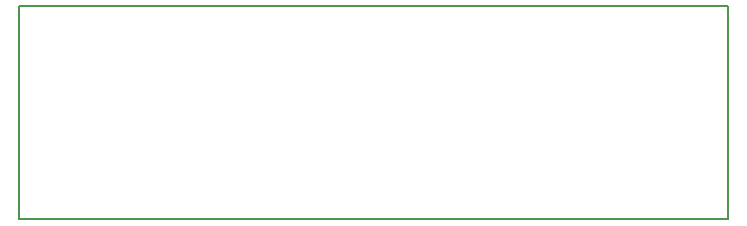
<source format=gm1>
G04 MADE WITH FRITZING*
G04 WWW.FRITZING.ORG*
G04 SINGLE SIDED*
G04 HOLES NOT PLATED*
G04 CONTOUR ON CENTER OF CONTOUR VECTOR*
%ASAXBY*%
%FSLAX23Y23*%
%MOIN*%
%OFA0B0*%
%SFA1.0B1.0*%
%ADD10R,2.370950X0.718008*%
%ADD11C,0.008000*%
%ADD10C,0.008*%
%LNCONTOUR*%
G90*
G70*
G54D10*
G54D11*
X4Y714D02*
X2367Y714D01*
X2367Y4D01*
X4Y4D01*
X4Y714D01*
D02*
G04 End of contour*
M02*
</source>
